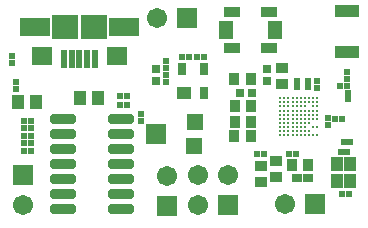
<source format=gts>
G04*
G04 #@! TF.GenerationSoftware,Altium Limited,Altium Designer,19.0.4 (130)*
G04*
G04 Layer_Color=8388736*
%FSLAX25Y25*%
%MOIN*%
G70*
G01*
G75*
%ADD40R,0.01981X0.01863*%
%ADD41R,0.08083X0.03950*%
%ADD42R,0.04540X0.06312*%
%ADD43R,0.05328X0.03753*%
%ADD44R,0.01863X0.01981*%
%ADD45R,0.06706X0.07099*%
%ADD46R,0.05524X0.05524*%
%ADD47R,0.04461X0.04658*%
%ADD48R,0.02769X0.03162*%
%ADD49R,0.03162X0.04147*%
%ADD50R,0.04737X0.04147*%
G04:AMPARAMS|DCode=51|XSize=85.56mil|YSize=31.62mil|CornerRadius=6.95mil|HoleSize=0mil|Usage=FLASHONLY|Rotation=0.000|XOffset=0mil|YOffset=0mil|HoleType=Round|Shape=RoundedRectangle|*
%AMROUNDEDRECTD51*
21,1,0.08556,0.01772,0,0,0.0*
21,1,0.07165,0.03162,0,0,0.0*
1,1,0.01391,0.03583,-0.00886*
1,1,0.01391,-0.03583,-0.00886*
1,1,0.01391,-0.03583,0.00886*
1,1,0.01391,0.03583,0.00886*
%
%ADD51ROUNDEDRECTD51*%
%ADD52R,0.03800X0.04000*%
%ADD53R,0.04147X0.04540*%
%ADD54R,0.03950X0.03753*%
%ADD55R,0.03753X0.03950*%
%ADD56R,0.03359X0.02769*%
%ADD57C,0.01102*%
%ADD58R,0.03162X0.02769*%
%ADD59R,0.08674X0.08280*%
%ADD60R,0.02375X0.06115*%
%ADD61R,0.07099X0.06312*%
%ADD62R,0.09855X0.05918*%
%ADD63R,0.06706X0.06706*%
%ADD64C,0.06706*%
%ADD65R,0.06706X0.06706*%
D40*
X113270Y259598D02*
D03*
Y257354D02*
D03*
X163500Y266622D02*
D03*
Y264378D02*
D03*
X155168Y248961D02*
D03*
Y246718D02*
D03*
X224000Y256122D02*
D03*
Y253878D02*
D03*
X223897Y260772D02*
D03*
Y263016D02*
D03*
X112000Y268244D02*
D03*
Y266000D02*
D03*
X163500Y261866D02*
D03*
Y259622D02*
D03*
X213890Y260000D02*
D03*
Y257756D02*
D03*
X210658Y260122D02*
D03*
Y257878D02*
D03*
X207000D02*
D03*
Y260122D02*
D03*
X217500Y245256D02*
D03*
Y247500D02*
D03*
D41*
X223878Y269807D02*
D03*
Y283193D02*
D03*
D42*
X199669Y277000D02*
D03*
X183331D02*
D03*
D43*
X197701Y270996D02*
D03*
Y283004D02*
D03*
X185299Y270996D02*
D03*
Y283004D02*
D03*
D44*
X168878Y268000D02*
D03*
X171122D02*
D03*
X176041Y268000D02*
D03*
X173797D02*
D03*
X148063Y252143D02*
D03*
X150307D02*
D03*
X221512Y258477D02*
D03*
X223756D02*
D03*
X148063Y255021D02*
D03*
X150307D02*
D03*
X118336Y246664D02*
D03*
X116092D02*
D03*
Y244164D02*
D03*
X118336D02*
D03*
X116092Y241664D02*
D03*
X118336D02*
D03*
Y239164D02*
D03*
X116092D02*
D03*
X118336Y236664D02*
D03*
X116092D02*
D03*
X222634Y239768D02*
D03*
X224878D02*
D03*
X219878Y247378D02*
D03*
X222122D02*
D03*
X221634Y236256D02*
D03*
X223878D02*
D03*
X224256Y222413D02*
D03*
X222012D02*
D03*
X196122Y235500D02*
D03*
X193878D02*
D03*
X206744D02*
D03*
X204500D02*
D03*
D45*
X160250Y242349D02*
D03*
D46*
X173045Y246286D02*
D03*
X172848Y238412D02*
D03*
D47*
X120217Y253143D02*
D03*
X114154D02*
D03*
X140717Y254267D02*
D03*
X134654D02*
D03*
D48*
X197000Y263965D02*
D03*
Y260028D02*
D03*
X160000Y260032D02*
D03*
Y263968D02*
D03*
D49*
X176240Y255965D02*
D03*
Y264035D02*
D03*
X168760D02*
D03*
D50*
X169547Y255965D02*
D03*
D51*
X148580Y247164D02*
D03*
Y242164D02*
D03*
Y237164D02*
D03*
Y232164D02*
D03*
Y227164D02*
D03*
Y222164D02*
D03*
Y217164D02*
D03*
X129092D02*
D03*
Y222164D02*
D03*
Y227164D02*
D03*
Y232164D02*
D03*
Y237164D02*
D03*
Y242164D02*
D03*
Y247164D02*
D03*
D52*
X186250Y260500D02*
D03*
X191750D02*
D03*
X186250Y241500D02*
D03*
X191750D02*
D03*
D53*
X224898Y232268D02*
D03*
X220370D02*
D03*
Y226559D02*
D03*
X224898D02*
D03*
D54*
X200232Y233157D02*
D03*
Y227842D02*
D03*
X195000Y226220D02*
D03*
Y231535D02*
D03*
X202000Y264158D02*
D03*
Y258843D02*
D03*
D55*
X210658Y231846D02*
D03*
X205343D02*
D03*
X191657Y251500D02*
D03*
X186343D02*
D03*
Y246378D02*
D03*
X191657D02*
D03*
D56*
X210870Y227500D02*
D03*
X207130D02*
D03*
D57*
X212512Y241866D02*
D03*
X211134D02*
D03*
X209756D02*
D03*
X208378D02*
D03*
X207000D02*
D03*
X205622D02*
D03*
X204244D02*
D03*
X202866D02*
D03*
X201488D02*
D03*
X211134Y243244D02*
D03*
X209756D02*
D03*
X208378D02*
D03*
X207000D02*
D03*
X205622D02*
D03*
X204244D02*
D03*
X202866D02*
D03*
X201488D02*
D03*
X209756Y244622D02*
D03*
X208378D02*
D03*
X207000D02*
D03*
X205622D02*
D03*
X204244D02*
D03*
X202866D02*
D03*
X201488D02*
D03*
X211134Y246000D02*
D03*
X209756D02*
D03*
X208378D02*
D03*
X207000D02*
D03*
X205622D02*
D03*
X204244D02*
D03*
X202866D02*
D03*
X201488D02*
D03*
X213890Y247378D02*
D03*
X212512D02*
D03*
X211134D02*
D03*
X209756D02*
D03*
X208378D02*
D03*
X207000D02*
D03*
X205622D02*
D03*
X204244D02*
D03*
X202866D02*
D03*
X201488D02*
D03*
X213890Y248756D02*
D03*
X212512D02*
D03*
X211134D02*
D03*
X209756D02*
D03*
X208378D02*
D03*
X207000D02*
D03*
X205622D02*
D03*
X204244D02*
D03*
X202866D02*
D03*
X201488D02*
D03*
X213890Y250134D02*
D03*
X212512D02*
D03*
X211134D02*
D03*
X209756D02*
D03*
X208378D02*
D03*
X207000D02*
D03*
X205622D02*
D03*
X204244D02*
D03*
X202866D02*
D03*
X201488D02*
D03*
X213890Y251512D02*
D03*
X212512D02*
D03*
X209756D02*
D03*
X208378D02*
D03*
X207000D02*
D03*
X205622D02*
D03*
X204244D02*
D03*
X202866D02*
D03*
X201488D02*
D03*
X213890Y252890D02*
D03*
X212512D02*
D03*
X211134D02*
D03*
X209756D02*
D03*
X208378D02*
D03*
X207000D02*
D03*
X205622D02*
D03*
X204244D02*
D03*
X202866D02*
D03*
X201488D02*
D03*
X213890Y254268D02*
D03*
X212512D02*
D03*
X211134D02*
D03*
X209756D02*
D03*
X208378D02*
D03*
X207000D02*
D03*
X205622D02*
D03*
X204244D02*
D03*
X202866D02*
D03*
X213890Y241866D02*
D03*
X212512Y244622D02*
D03*
X213890D02*
D03*
X201488Y254268D02*
D03*
D58*
X188031Y256000D02*
D03*
X191969D02*
D03*
D59*
X139500Y278000D02*
D03*
X129657D02*
D03*
D60*
X129461Y267469D02*
D03*
X139697D02*
D03*
X137138D02*
D03*
X134579D02*
D03*
X132020D02*
D03*
D61*
X147177Y268354D02*
D03*
X121980D02*
D03*
D62*
X119815Y278000D02*
D03*
X149343D02*
D03*
D63*
X163883Y218473D02*
D03*
X184000Y218500D02*
D03*
X115592Y228664D02*
D03*
D64*
X163883Y228473D02*
D03*
X203000Y219000D02*
D03*
X174000Y228500D02*
D03*
X184000D02*
D03*
X174000Y218500D02*
D03*
X115592Y218664D02*
D03*
X160500Y281000D02*
D03*
D65*
X213000Y219000D02*
D03*
X170500Y281000D02*
D03*
M02*

</source>
